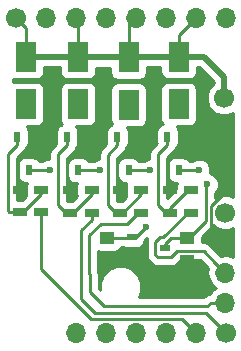
<source format=gbl>
G04 #@! TF.FileFunction,Copper,L2,Bot,Signal*
%FSLAX46Y46*%
G04 Gerber Fmt 4.6, Leading zero omitted, Abs format (unit mm)*
G04 Created by KiCad (PCBNEW 4.0.2-stable) date 05.09.2017 20:58:13*
%MOMM*%
G01*
G04 APERTURE LIST*
%ADD10C,0.100000*%
%ADD11C,1.700000*%
%ADD12O,1.700000X1.700000*%
%ADD13R,0.900000X0.600000*%
%ADD14R,1.250000X1.000000*%
%ADD15R,1.800000X2.500000*%
%ADD16R,1.300000X0.700000*%
%ADD17R,0.600000X0.900000*%
%ADD18C,0.600000*%
%ADD19C,0.250000*%
%ADD20C,0.500000*%
%ADD21C,0.254000*%
G04 APERTURE END LIST*
D10*
D11*
X188595000Y-103886000D03*
D12*
X188595000Y-106426000D03*
D11*
X170942000Y-97104200D03*
D12*
X173482000Y-97104200D03*
X176022000Y-97104200D03*
X178562000Y-97104200D03*
X181102000Y-97104200D03*
X183642000Y-97104200D03*
X186182000Y-97104200D03*
X188722000Y-97104200D03*
D11*
X188658500Y-113601500D03*
D12*
X188658500Y-116141500D03*
X188658500Y-118681500D03*
X188658500Y-121221500D03*
D11*
X188722000Y-123761500D03*
D12*
X186182000Y-123761500D03*
X183642000Y-123761500D03*
X181102000Y-123761500D03*
X178562000Y-123761500D03*
X176022000Y-123761500D03*
D13*
X183543400Y-116611400D03*
X180743400Y-115661400D03*
X180743400Y-117561400D03*
D14*
X185470800Y-115713000D03*
X185470800Y-117713000D03*
X178689000Y-115751100D03*
X178689000Y-117751100D03*
D15*
X171805600Y-100412800D03*
X171805600Y-104412800D03*
D16*
X173101000Y-111673600D03*
X173101000Y-113573600D03*
X171272200Y-111673600D03*
X171272200Y-113573600D03*
D17*
X172034200Y-109985000D03*
X172984200Y-107185000D03*
X171084200Y-107185000D03*
D15*
X176225200Y-100412800D03*
X176225200Y-104412800D03*
X180492400Y-100463600D03*
X180492400Y-104463600D03*
X184734200Y-100412800D03*
X184734200Y-104412800D03*
D17*
X176250600Y-110010400D03*
X177200600Y-107210400D03*
X175300600Y-107210400D03*
X180492400Y-110010400D03*
X181442400Y-107210400D03*
X179542400Y-107210400D03*
X184734200Y-109985000D03*
X185684200Y-107185000D03*
X183784200Y-107185000D03*
D16*
X177368200Y-111699000D03*
X177368200Y-113599000D03*
X175514000Y-111699000D03*
X175514000Y-113599000D03*
X181559200Y-111699000D03*
X181559200Y-113599000D03*
X179730400Y-111699000D03*
X179730400Y-113599000D03*
X185801000Y-111724400D03*
X185801000Y-113624400D03*
X183972200Y-111724400D03*
X183972200Y-113624400D03*
D18*
X185534300Y-120040400D03*
X187172600Y-111213900D03*
X181927500Y-114820700D03*
X173799500Y-109982000D03*
X171805600Y-104412800D03*
X178092100Y-110007400D03*
X176225200Y-104412800D03*
X182333900Y-109994700D03*
X180492400Y-104463600D03*
X186486800Y-109982000D03*
X184759600Y-104305100D03*
D19*
X185470800Y-117713000D02*
X185470800Y-119976900D01*
X185470800Y-119976900D02*
X185534300Y-120040400D01*
X188595000Y-111925998D02*
X188595000Y-107628081D01*
X187483499Y-113037499D02*
X188595000Y-111925998D01*
X187483499Y-114966499D02*
X187483499Y-113037499D01*
X188658500Y-116141500D02*
X187483499Y-114966499D01*
X188595000Y-107628081D02*
X188595000Y-106426000D01*
X178949300Y-118011400D02*
X178689000Y-117751100D01*
X185470800Y-117713000D02*
X185595800Y-117713000D01*
X185083500Y-118100300D02*
X185470800Y-117713000D01*
X185096200Y-118087600D02*
X185470800Y-117713000D01*
X182995798Y-117398800D02*
X184074998Y-117398800D01*
X184074998Y-117398800D02*
X184585799Y-116887999D01*
X184585799Y-116887999D02*
X186864999Y-116887999D01*
X186864999Y-116887999D02*
X187808501Y-117831501D01*
X187808501Y-117831501D02*
X188658500Y-118681500D01*
X183441100Y-115684300D02*
X183135498Y-115684300D01*
X183135498Y-115684300D02*
X182768399Y-116051399D01*
X182768399Y-116051399D02*
X182768399Y-117171401D01*
X182768399Y-117171401D02*
X182995798Y-117398800D01*
X185501000Y-113624400D02*
X183441100Y-115684300D01*
X185801000Y-113624400D02*
X185501000Y-113624400D01*
X177165000Y-115912900D02*
X177165000Y-115493800D01*
X178117500Y-114541300D02*
X180316900Y-114541300D01*
X177165000Y-115493800D02*
X178117500Y-114541300D01*
X180136800Y-121539000D02*
X178396900Y-121539000D01*
X177190400Y-118833900D02*
X177165000Y-118833900D01*
X177190400Y-120332500D02*
X177190400Y-118833900D01*
X178396900Y-121539000D02*
X177190400Y-120332500D01*
X180136800Y-121539000D02*
X187138919Y-121539000D01*
X187138919Y-121539000D02*
X187456419Y-121221500D01*
X187456419Y-121221500D02*
X188658500Y-121221500D01*
X177165000Y-115912900D02*
X177165000Y-118833900D01*
X181259200Y-113599000D02*
X180316900Y-114541300D01*
X181559200Y-113599000D02*
X181259200Y-113599000D01*
X179793900Y-122097800D02*
X177673000Y-122097800D01*
X176453800Y-118503700D02*
X176468200Y-118503700D01*
X176453800Y-120878600D02*
X176453800Y-118503700D01*
X177673000Y-122097800D02*
X176453800Y-120878600D01*
X187872001Y-122911501D02*
X188722000Y-123761500D01*
X187058300Y-122097800D02*
X187872001Y-122911501D01*
X179793900Y-122097800D02*
X187058300Y-122097800D01*
X177368200Y-113599000D02*
X177368200Y-114199000D01*
X176468200Y-115099000D02*
X176468200Y-118503700D01*
X177368200Y-114199000D02*
X176468200Y-115099000D01*
X179501800Y-122586499D02*
X177285399Y-122586499D01*
X173088300Y-115785900D02*
X173101000Y-115785900D01*
X173088300Y-118389400D02*
X173088300Y-115785900D01*
X177285399Y-122586499D02*
X173088300Y-118389400D01*
X185332001Y-122911501D02*
X186182000Y-123761500D01*
X179501800Y-122586499D02*
X185006999Y-122586499D01*
X185006999Y-122586499D02*
X185332001Y-122911501D01*
X173101000Y-113573600D02*
X173101000Y-115785900D01*
X183543400Y-116611400D02*
X183543400Y-116265500D01*
X184095900Y-115713000D02*
X185470800Y-115713000D01*
X183543400Y-116265500D02*
X184095900Y-115713000D01*
X187033488Y-113106200D02*
X187033488Y-111353012D01*
X187033488Y-111353012D02*
X187172600Y-111213900D01*
X185595800Y-115713000D02*
X187033488Y-114275312D01*
X187033488Y-114275312D02*
X187033488Y-113106200D01*
X185470800Y-115713000D02*
X185595800Y-115713000D01*
X185318000Y-115713000D02*
X185470800Y-115713000D01*
X184734200Y-100412800D02*
X184734200Y-98552000D01*
X184734200Y-98552000D02*
X186182000Y-97104200D01*
D20*
X188595000Y-102158800D02*
X186849000Y-100412800D01*
X188595000Y-103886000D02*
X188595000Y-102158800D01*
X186849000Y-100412800D02*
X184734200Y-100412800D01*
D19*
X180492400Y-100463600D02*
X180492400Y-97713800D01*
X180492400Y-97713800D02*
X181102000Y-97104200D01*
X176225200Y-100412800D02*
X176225200Y-97307400D01*
X176225200Y-97307400D02*
X176022000Y-97104200D01*
X171805600Y-100412800D02*
X171805600Y-97967800D01*
X171805600Y-97967800D02*
X170942000Y-97104200D01*
D20*
X176225200Y-100412800D02*
X175075200Y-100412800D01*
X175075200Y-100412800D02*
X171805600Y-100412800D01*
X180492400Y-100463600D02*
X176276000Y-100463600D01*
D19*
X176276000Y-100463600D02*
X176225200Y-100412800D01*
D20*
X184734200Y-100412800D02*
X180543200Y-100412800D01*
D19*
X180543200Y-100412800D02*
X180492400Y-100463600D01*
X180743400Y-115661400D02*
X181086800Y-115661400D01*
X181086800Y-115661400D02*
X181927500Y-114820700D01*
X178689000Y-115751100D02*
X180653700Y-115751100D01*
X180653700Y-115751100D02*
X180743400Y-115661400D01*
X173799500Y-109982000D02*
X172037200Y-109982000D01*
X172037200Y-109982000D02*
X172034200Y-109985000D01*
X172034200Y-104641400D02*
X171805600Y-104412800D01*
X171272200Y-113573600D02*
X170372200Y-113573600D01*
X170372200Y-113573600D02*
X170297199Y-113498599D01*
X170297199Y-113498599D02*
X170297199Y-108672001D01*
X170297199Y-108672001D02*
X171084200Y-107885000D01*
X171084200Y-107885000D02*
X171084200Y-107185000D01*
X171272200Y-113573600D02*
X171572200Y-113573600D01*
X171572200Y-113573600D02*
X173101000Y-112044800D01*
X173101000Y-112044800D02*
X173101000Y-111673600D01*
X178092100Y-110007400D02*
X176253600Y-110007400D01*
X176253600Y-110007400D02*
X176250600Y-110010400D01*
X176250600Y-104438200D02*
X176225200Y-104412800D01*
X182333900Y-109994700D02*
X180508100Y-109994700D01*
X180508100Y-109994700D02*
X180492400Y-110010400D01*
X186486800Y-109982000D02*
X184737200Y-109982000D01*
X184737200Y-109982000D02*
X184734200Y-109985000D01*
X175514000Y-113599000D02*
X175214000Y-113599000D01*
X175214000Y-113599000D02*
X174538999Y-112923999D01*
X174538999Y-112923999D02*
X174538999Y-108672001D01*
X174538999Y-108672001D02*
X175300600Y-107910400D01*
X175300600Y-107910400D02*
X175300600Y-107210400D01*
X175514000Y-113599000D02*
X175814000Y-113599000D01*
X175814000Y-113599000D02*
X177368200Y-112044800D01*
X177368200Y-112044800D02*
X177368200Y-111699000D01*
X179730400Y-113599000D02*
X179430400Y-113599000D01*
X179430400Y-113599000D02*
X178755399Y-112923999D01*
X178755399Y-112923999D02*
X178755399Y-108697401D01*
X178755399Y-108697401D02*
X179542400Y-107910400D01*
X179542400Y-107910400D02*
X179542400Y-107210400D01*
X179730400Y-113599000D02*
X180030400Y-113599000D01*
X180030400Y-113599000D02*
X181559200Y-112070200D01*
X181559200Y-112070200D02*
X181559200Y-111699000D01*
X183972200Y-113624400D02*
X183672200Y-113624400D01*
X183672200Y-113624400D02*
X182997199Y-112949399D01*
X182997199Y-112949399D02*
X182997199Y-108672001D01*
X182997199Y-108672001D02*
X183784200Y-107885000D01*
X183784200Y-107885000D02*
X183784200Y-107185000D01*
X185801000Y-111724400D02*
X185501000Y-111724400D01*
X185501000Y-111724400D02*
X183972200Y-113253200D01*
X183972200Y-113253200D02*
X183972200Y-113624400D01*
D21*
G36*
X182069415Y-115755824D02*
X182066251Y-115760560D01*
X182008399Y-116051399D01*
X182008399Y-117171401D01*
X182066251Y-117462240D01*
X182230998Y-117708802D01*
X182458397Y-117936201D01*
X182704959Y-118100948D01*
X182995798Y-118158800D01*
X184074998Y-118158800D01*
X184365837Y-118100948D01*
X184612399Y-117936201D01*
X184900601Y-117647999D01*
X186550197Y-117647999D01*
X187217290Y-118315092D01*
X187144407Y-118681500D01*
X187257446Y-119249785D01*
X187579353Y-119731554D01*
X187908526Y-119951500D01*
X187579353Y-120171446D01*
X187374682Y-120477759D01*
X187165580Y-120519352D01*
X186919018Y-120684099D01*
X186824117Y-120779000D01*
X181340655Y-120779000D01*
X181566699Y-120234627D01*
X181567301Y-119544401D01*
X181303719Y-118906485D01*
X180816082Y-118417996D01*
X180178627Y-118153301D01*
X179488401Y-118152699D01*
X178850485Y-118416281D01*
X178361996Y-118903918D01*
X178097301Y-119541373D01*
X178096758Y-120164056D01*
X177950400Y-120017698D01*
X177950400Y-118833900D01*
X177925000Y-118706207D01*
X177925000Y-116870392D01*
X178064000Y-116898540D01*
X179314000Y-116898540D01*
X179549317Y-116854262D01*
X179765441Y-116715190D01*
X179904890Y-116511100D01*
X179973117Y-116511100D01*
X180041510Y-116557831D01*
X180293400Y-116608840D01*
X181193400Y-116608840D01*
X181428717Y-116564562D01*
X181644841Y-116425490D01*
X181789831Y-116213290D01*
X181835568Y-115987434D01*
X182067180Y-115755822D01*
X182069415Y-115755824D01*
X182069415Y-115755824D01*
G37*
X182069415Y-115755824D02*
X182066251Y-115760560D01*
X182008399Y-116051399D01*
X182008399Y-117171401D01*
X182066251Y-117462240D01*
X182230998Y-117708802D01*
X182458397Y-117936201D01*
X182704959Y-118100948D01*
X182995798Y-118158800D01*
X184074998Y-118158800D01*
X184365837Y-118100948D01*
X184612399Y-117936201D01*
X184900601Y-117647999D01*
X186550197Y-117647999D01*
X187217290Y-118315092D01*
X187144407Y-118681500D01*
X187257446Y-119249785D01*
X187579353Y-119731554D01*
X187908526Y-119951500D01*
X187579353Y-120171446D01*
X187374682Y-120477759D01*
X187165580Y-120519352D01*
X186919018Y-120684099D01*
X186824117Y-120779000D01*
X181340655Y-120779000D01*
X181566699Y-120234627D01*
X181567301Y-119544401D01*
X181303719Y-118906485D01*
X180816082Y-118417996D01*
X180178627Y-118153301D01*
X179488401Y-118152699D01*
X178850485Y-118416281D01*
X178361996Y-118903918D01*
X178097301Y-119541373D01*
X178096758Y-120164056D01*
X177950400Y-120017698D01*
X177950400Y-118833900D01*
X177925000Y-118706207D01*
X177925000Y-116870392D01*
X178064000Y-116898540D01*
X179314000Y-116898540D01*
X179549317Y-116854262D01*
X179765441Y-116715190D01*
X179904890Y-116511100D01*
X179973117Y-116511100D01*
X180041510Y-116557831D01*
X180293400Y-116608840D01*
X181193400Y-116608840D01*
X181428717Y-116564562D01*
X181644841Y-116425490D01*
X181789831Y-116213290D01*
X181835568Y-115987434D01*
X182067180Y-115755822D01*
X182069415Y-115755824D01*
G36*
X187816217Y-114859688D02*
X188361819Y-115086242D01*
X188952589Y-115086757D01*
X189290000Y-114947342D01*
X189290000Y-117332339D01*
X189255878Y-117309539D01*
X188687593Y-117196500D01*
X188629407Y-117196500D01*
X188311531Y-117259729D01*
X187402400Y-116350598D01*
X187155838Y-116185851D01*
X186864999Y-116127999D01*
X186743240Y-116127999D01*
X186743240Y-115640362D01*
X187570889Y-114812713D01*
X187650454Y-114693635D01*
X187816217Y-114859688D01*
X187816217Y-114859688D01*
G37*
X187816217Y-114859688D02*
X188361819Y-115086242D01*
X188952589Y-115086757D01*
X189290000Y-114947342D01*
X189290000Y-117332339D01*
X189255878Y-117309539D01*
X188687593Y-117196500D01*
X188629407Y-117196500D01*
X188311531Y-117259729D01*
X187402400Y-116350598D01*
X187155838Y-116185851D01*
X186864999Y-116127999D01*
X186743240Y-116127999D01*
X186743240Y-115640362D01*
X187570889Y-114812713D01*
X187650454Y-114693635D01*
X187816217Y-114859688D01*
G36*
X174677760Y-101662800D02*
X174722038Y-101898117D01*
X174861110Y-102114241D01*
X175073310Y-102259231D01*
X175325200Y-102310240D01*
X177125200Y-102310240D01*
X177360517Y-102265962D01*
X177576641Y-102126890D01*
X177721631Y-101914690D01*
X177772640Y-101662800D01*
X177772640Y-101348600D01*
X178944960Y-101348600D01*
X178944960Y-101713600D01*
X178989238Y-101948917D01*
X179128310Y-102165041D01*
X179340510Y-102310031D01*
X179592400Y-102361040D01*
X181392400Y-102361040D01*
X181627717Y-102316762D01*
X181843841Y-102177690D01*
X181988831Y-101965490D01*
X182039840Y-101713600D01*
X182039840Y-101297800D01*
X183186760Y-101297800D01*
X183186760Y-101662800D01*
X183231038Y-101898117D01*
X183370110Y-102114241D01*
X183582310Y-102259231D01*
X183834200Y-102310240D01*
X185634200Y-102310240D01*
X185869517Y-102265962D01*
X186085641Y-102126890D01*
X186230631Y-101914690D01*
X186281640Y-101662800D01*
X186281640Y-101297800D01*
X186482420Y-101297800D01*
X187710000Y-102525379D01*
X187710000Y-102671180D01*
X187336812Y-103043717D01*
X187110258Y-103589319D01*
X187109743Y-104180089D01*
X187335344Y-104726086D01*
X187752717Y-105144188D01*
X188298319Y-105370742D01*
X188889089Y-105371257D01*
X189290000Y-105205604D01*
X189290000Y-112255787D01*
X188955181Y-112116758D01*
X188364411Y-112116243D01*
X187818414Y-112341844D01*
X187793488Y-112366727D01*
X187793488Y-111915232D01*
X187964792Y-111744227D01*
X188107438Y-111400699D01*
X188107762Y-111028733D01*
X187965717Y-110684957D01*
X187702927Y-110421708D01*
X187373433Y-110284889D01*
X187421638Y-110168799D01*
X187421962Y-109796833D01*
X187279917Y-109453057D01*
X187017127Y-109189808D01*
X186673599Y-109047162D01*
X186301633Y-109046838D01*
X185957857Y-109188883D01*
X185924682Y-109222000D01*
X185587374Y-109222000D01*
X185498290Y-109083559D01*
X185286090Y-108938569D01*
X185034200Y-108887560D01*
X184434200Y-108887560D01*
X184198883Y-108931838D01*
X183982759Y-109070910D01*
X183837769Y-109283110D01*
X183786760Y-109535000D01*
X183786760Y-110435000D01*
X183831038Y-110670317D01*
X183970110Y-110886441D01*
X184182310Y-111031431D01*
X184434200Y-111082440D01*
X184581948Y-111082440D01*
X184554569Y-111122510D01*
X184503560Y-111374400D01*
X184503560Y-111647038D01*
X183757199Y-112393399D01*
X183757199Y-108986803D01*
X184321601Y-108422401D01*
X184415120Y-108282440D01*
X184486348Y-108175839D01*
X184496620Y-108124199D01*
X184535641Y-108099090D01*
X184680631Y-107886890D01*
X184731640Y-107635000D01*
X184731640Y-106735000D01*
X184687362Y-106499683D01*
X184565459Y-106310240D01*
X185634200Y-106310240D01*
X185869517Y-106265962D01*
X186085641Y-106126890D01*
X186230631Y-105914690D01*
X186281640Y-105662800D01*
X186281640Y-103162800D01*
X186237362Y-102927483D01*
X186098290Y-102711359D01*
X185886090Y-102566369D01*
X185634200Y-102515360D01*
X183834200Y-102515360D01*
X183598883Y-102559638D01*
X183382759Y-102698710D01*
X183237769Y-102910910D01*
X183186760Y-103162800D01*
X183186760Y-105662800D01*
X183231038Y-105898117D01*
X183367118Y-106109591D01*
X183248883Y-106131838D01*
X183032759Y-106270910D01*
X182887769Y-106483110D01*
X182836760Y-106735000D01*
X182836760Y-107635000D01*
X182856182Y-107738216D01*
X182459798Y-108134600D01*
X182295051Y-108381162D01*
X182237199Y-108672001D01*
X182237199Y-109059615D01*
X182148733Y-109059538D01*
X181804957Y-109201583D01*
X181771782Y-109234700D01*
X181337402Y-109234700D01*
X181256490Y-109108959D01*
X181044290Y-108963969D01*
X180792400Y-108912960D01*
X180192400Y-108912960D01*
X179957083Y-108957238D01*
X179740959Y-109096310D01*
X179595969Y-109308510D01*
X179544960Y-109560400D01*
X179544960Y-110460400D01*
X179589238Y-110695717D01*
X179728310Y-110911841D01*
X179940510Y-111056831D01*
X180192400Y-111107840D01*
X180310596Y-111107840D01*
X180261760Y-111349000D01*
X180261760Y-112049000D01*
X180300375Y-112254223D01*
X179953038Y-112601560D01*
X179515399Y-112601560D01*
X179515399Y-109012203D01*
X180079801Y-108447801D01*
X180202905Y-108263562D01*
X180244548Y-108201239D01*
X180254820Y-108149599D01*
X180293841Y-108124490D01*
X180438831Y-107912290D01*
X180489840Y-107660400D01*
X180489840Y-106760400D01*
X180445562Y-106525083D01*
X180340003Y-106361040D01*
X181392400Y-106361040D01*
X181627717Y-106316762D01*
X181843841Y-106177690D01*
X181988831Y-105965490D01*
X182039840Y-105713600D01*
X182039840Y-103213600D01*
X181995562Y-102978283D01*
X181856490Y-102762159D01*
X181644290Y-102617169D01*
X181392400Y-102566160D01*
X179592400Y-102566160D01*
X179357083Y-102610438D01*
X179140959Y-102749510D01*
X178995969Y-102961710D01*
X178944960Y-103213600D01*
X178944960Y-105713600D01*
X178989238Y-105948917D01*
X179110738Y-106137734D01*
X179007083Y-106157238D01*
X178790959Y-106296310D01*
X178645969Y-106508510D01*
X178594960Y-106760400D01*
X178594960Y-107660400D01*
X178614382Y-107763616D01*
X178217998Y-108160000D01*
X178053251Y-108406562D01*
X177995399Y-108697401D01*
X177995399Y-109072315D01*
X177906933Y-109072238D01*
X177563157Y-109214283D01*
X177529982Y-109247400D01*
X177103774Y-109247400D01*
X177014690Y-109108959D01*
X176802490Y-108963969D01*
X176550600Y-108912960D01*
X175950600Y-108912960D01*
X175715283Y-108957238D01*
X175499159Y-109096310D01*
X175354169Y-109308510D01*
X175303160Y-109560400D01*
X175303160Y-110460400D01*
X175347438Y-110695717D01*
X175486510Y-110911841D01*
X175698710Y-111056831D01*
X175950600Y-111107840D01*
X176119596Y-111107840D01*
X176070760Y-111349000D01*
X176070760Y-112049000D01*
X176105353Y-112232845D01*
X175736638Y-112601560D01*
X175298999Y-112601560D01*
X175298999Y-108986803D01*
X175838001Y-108447801D01*
X176002748Y-108201240D01*
X176013020Y-108149599D01*
X176052041Y-108124490D01*
X176197031Y-107912290D01*
X176248040Y-107660400D01*
X176248040Y-106760400D01*
X176203762Y-106525083D01*
X176065514Y-106310240D01*
X177125200Y-106310240D01*
X177360517Y-106265962D01*
X177576641Y-106126890D01*
X177721631Y-105914690D01*
X177772640Y-105662800D01*
X177772640Y-103162800D01*
X177728362Y-102927483D01*
X177589290Y-102711359D01*
X177377090Y-102566369D01*
X177125200Y-102515360D01*
X175325200Y-102515360D01*
X175089883Y-102559638D01*
X174873759Y-102698710D01*
X174728769Y-102910910D01*
X174677760Y-103162800D01*
X174677760Y-105662800D01*
X174722038Y-105898117D01*
X174861110Y-106114241D01*
X174889759Y-106133816D01*
X174765283Y-106157238D01*
X174549159Y-106296310D01*
X174404169Y-106508510D01*
X174353160Y-106760400D01*
X174353160Y-107660400D01*
X174372582Y-107763616D01*
X174001598Y-108134600D01*
X173836851Y-108381162D01*
X173778999Y-108672001D01*
X173778999Y-109046981D01*
X173614333Y-109046838D01*
X173270557Y-109188883D01*
X173237382Y-109222000D01*
X172887374Y-109222000D01*
X172798290Y-109083559D01*
X172586090Y-108938569D01*
X172334200Y-108887560D01*
X171734200Y-108887560D01*
X171498883Y-108931838D01*
X171282759Y-109070910D01*
X171137769Y-109283110D01*
X171086760Y-109535000D01*
X171086760Y-110435000D01*
X171131038Y-110670317D01*
X171270110Y-110886441D01*
X171482310Y-111031431D01*
X171734200Y-111082440D01*
X171852396Y-111082440D01*
X171803560Y-111323600D01*
X171803560Y-112023600D01*
X171842175Y-112228823D01*
X171494838Y-112576160D01*
X171057199Y-112576160D01*
X171057199Y-108986803D01*
X171621601Y-108422401D01*
X171715120Y-108282440D01*
X171786348Y-108175839D01*
X171796620Y-108124199D01*
X171835641Y-108099090D01*
X171980631Y-107886890D01*
X172031640Y-107635000D01*
X172031640Y-106735000D01*
X171987362Y-106499683D01*
X171865459Y-106310240D01*
X172705600Y-106310240D01*
X172940917Y-106265962D01*
X173157041Y-106126890D01*
X173302031Y-105914690D01*
X173353040Y-105662800D01*
X173353040Y-103162800D01*
X173308762Y-102927483D01*
X173169690Y-102711359D01*
X172957490Y-102566369D01*
X172705600Y-102515360D01*
X170905600Y-102515360D01*
X170710000Y-102552165D01*
X170710000Y-102270630D01*
X170905600Y-102310240D01*
X172705600Y-102310240D01*
X172940917Y-102265962D01*
X173157041Y-102126890D01*
X173302031Y-101914690D01*
X173353040Y-101662800D01*
X173353040Y-101297800D01*
X174677760Y-101297800D01*
X174677760Y-101662800D01*
X174677760Y-101662800D01*
G37*
X174677760Y-101662800D02*
X174722038Y-101898117D01*
X174861110Y-102114241D01*
X175073310Y-102259231D01*
X175325200Y-102310240D01*
X177125200Y-102310240D01*
X177360517Y-102265962D01*
X177576641Y-102126890D01*
X177721631Y-101914690D01*
X177772640Y-101662800D01*
X177772640Y-101348600D01*
X178944960Y-101348600D01*
X178944960Y-101713600D01*
X178989238Y-101948917D01*
X179128310Y-102165041D01*
X179340510Y-102310031D01*
X179592400Y-102361040D01*
X181392400Y-102361040D01*
X181627717Y-102316762D01*
X181843841Y-102177690D01*
X181988831Y-101965490D01*
X182039840Y-101713600D01*
X182039840Y-101297800D01*
X183186760Y-101297800D01*
X183186760Y-101662800D01*
X183231038Y-101898117D01*
X183370110Y-102114241D01*
X183582310Y-102259231D01*
X183834200Y-102310240D01*
X185634200Y-102310240D01*
X185869517Y-102265962D01*
X186085641Y-102126890D01*
X186230631Y-101914690D01*
X186281640Y-101662800D01*
X186281640Y-101297800D01*
X186482420Y-101297800D01*
X187710000Y-102525379D01*
X187710000Y-102671180D01*
X187336812Y-103043717D01*
X187110258Y-103589319D01*
X187109743Y-104180089D01*
X187335344Y-104726086D01*
X187752717Y-105144188D01*
X188298319Y-105370742D01*
X188889089Y-105371257D01*
X189290000Y-105205604D01*
X189290000Y-112255787D01*
X188955181Y-112116758D01*
X188364411Y-112116243D01*
X187818414Y-112341844D01*
X187793488Y-112366727D01*
X187793488Y-111915232D01*
X187964792Y-111744227D01*
X188107438Y-111400699D01*
X188107762Y-111028733D01*
X187965717Y-110684957D01*
X187702927Y-110421708D01*
X187373433Y-110284889D01*
X187421638Y-110168799D01*
X187421962Y-109796833D01*
X187279917Y-109453057D01*
X187017127Y-109189808D01*
X186673599Y-109047162D01*
X186301633Y-109046838D01*
X185957857Y-109188883D01*
X185924682Y-109222000D01*
X185587374Y-109222000D01*
X185498290Y-109083559D01*
X185286090Y-108938569D01*
X185034200Y-108887560D01*
X184434200Y-108887560D01*
X184198883Y-108931838D01*
X183982759Y-109070910D01*
X183837769Y-109283110D01*
X183786760Y-109535000D01*
X183786760Y-110435000D01*
X183831038Y-110670317D01*
X183970110Y-110886441D01*
X184182310Y-111031431D01*
X184434200Y-111082440D01*
X184581948Y-111082440D01*
X184554569Y-111122510D01*
X184503560Y-111374400D01*
X184503560Y-111647038D01*
X183757199Y-112393399D01*
X183757199Y-108986803D01*
X184321601Y-108422401D01*
X184415120Y-108282440D01*
X184486348Y-108175839D01*
X184496620Y-108124199D01*
X184535641Y-108099090D01*
X184680631Y-107886890D01*
X184731640Y-107635000D01*
X184731640Y-106735000D01*
X184687362Y-106499683D01*
X184565459Y-106310240D01*
X185634200Y-106310240D01*
X185869517Y-106265962D01*
X186085641Y-106126890D01*
X186230631Y-105914690D01*
X186281640Y-105662800D01*
X186281640Y-103162800D01*
X186237362Y-102927483D01*
X186098290Y-102711359D01*
X185886090Y-102566369D01*
X185634200Y-102515360D01*
X183834200Y-102515360D01*
X183598883Y-102559638D01*
X183382759Y-102698710D01*
X183237769Y-102910910D01*
X183186760Y-103162800D01*
X183186760Y-105662800D01*
X183231038Y-105898117D01*
X183367118Y-106109591D01*
X183248883Y-106131838D01*
X183032759Y-106270910D01*
X182887769Y-106483110D01*
X182836760Y-106735000D01*
X182836760Y-107635000D01*
X182856182Y-107738216D01*
X182459798Y-108134600D01*
X182295051Y-108381162D01*
X182237199Y-108672001D01*
X182237199Y-109059615D01*
X182148733Y-109059538D01*
X181804957Y-109201583D01*
X181771782Y-109234700D01*
X181337402Y-109234700D01*
X181256490Y-109108959D01*
X181044290Y-108963969D01*
X180792400Y-108912960D01*
X180192400Y-108912960D01*
X179957083Y-108957238D01*
X179740959Y-109096310D01*
X179595969Y-109308510D01*
X179544960Y-109560400D01*
X179544960Y-110460400D01*
X179589238Y-110695717D01*
X179728310Y-110911841D01*
X179940510Y-111056831D01*
X180192400Y-111107840D01*
X180310596Y-111107840D01*
X180261760Y-111349000D01*
X180261760Y-112049000D01*
X180300375Y-112254223D01*
X179953038Y-112601560D01*
X179515399Y-112601560D01*
X179515399Y-109012203D01*
X180079801Y-108447801D01*
X180202905Y-108263562D01*
X180244548Y-108201239D01*
X180254820Y-108149599D01*
X180293841Y-108124490D01*
X180438831Y-107912290D01*
X180489840Y-107660400D01*
X180489840Y-106760400D01*
X180445562Y-106525083D01*
X180340003Y-106361040D01*
X181392400Y-106361040D01*
X181627717Y-106316762D01*
X181843841Y-106177690D01*
X181988831Y-105965490D01*
X182039840Y-105713600D01*
X182039840Y-103213600D01*
X181995562Y-102978283D01*
X181856490Y-102762159D01*
X181644290Y-102617169D01*
X181392400Y-102566160D01*
X179592400Y-102566160D01*
X179357083Y-102610438D01*
X179140959Y-102749510D01*
X178995969Y-102961710D01*
X178944960Y-103213600D01*
X178944960Y-105713600D01*
X178989238Y-105948917D01*
X179110738Y-106137734D01*
X179007083Y-106157238D01*
X178790959Y-106296310D01*
X178645969Y-106508510D01*
X178594960Y-106760400D01*
X178594960Y-107660400D01*
X178614382Y-107763616D01*
X178217998Y-108160000D01*
X178053251Y-108406562D01*
X177995399Y-108697401D01*
X177995399Y-109072315D01*
X177906933Y-109072238D01*
X177563157Y-109214283D01*
X177529982Y-109247400D01*
X177103774Y-109247400D01*
X177014690Y-109108959D01*
X176802490Y-108963969D01*
X176550600Y-108912960D01*
X175950600Y-108912960D01*
X175715283Y-108957238D01*
X175499159Y-109096310D01*
X175354169Y-109308510D01*
X175303160Y-109560400D01*
X175303160Y-110460400D01*
X175347438Y-110695717D01*
X175486510Y-110911841D01*
X175698710Y-111056831D01*
X175950600Y-111107840D01*
X176119596Y-111107840D01*
X176070760Y-111349000D01*
X176070760Y-112049000D01*
X176105353Y-112232845D01*
X175736638Y-112601560D01*
X175298999Y-112601560D01*
X175298999Y-108986803D01*
X175838001Y-108447801D01*
X176002748Y-108201240D01*
X176013020Y-108149599D01*
X176052041Y-108124490D01*
X176197031Y-107912290D01*
X176248040Y-107660400D01*
X176248040Y-106760400D01*
X176203762Y-106525083D01*
X176065514Y-106310240D01*
X177125200Y-106310240D01*
X177360517Y-106265962D01*
X177576641Y-106126890D01*
X177721631Y-105914690D01*
X177772640Y-105662800D01*
X177772640Y-103162800D01*
X177728362Y-102927483D01*
X177589290Y-102711359D01*
X177377090Y-102566369D01*
X177125200Y-102515360D01*
X175325200Y-102515360D01*
X175089883Y-102559638D01*
X174873759Y-102698710D01*
X174728769Y-102910910D01*
X174677760Y-103162800D01*
X174677760Y-105662800D01*
X174722038Y-105898117D01*
X174861110Y-106114241D01*
X174889759Y-106133816D01*
X174765283Y-106157238D01*
X174549159Y-106296310D01*
X174404169Y-106508510D01*
X174353160Y-106760400D01*
X174353160Y-107660400D01*
X174372582Y-107763616D01*
X174001598Y-108134600D01*
X173836851Y-108381162D01*
X173778999Y-108672001D01*
X173778999Y-109046981D01*
X173614333Y-109046838D01*
X173270557Y-109188883D01*
X173237382Y-109222000D01*
X172887374Y-109222000D01*
X172798290Y-109083559D01*
X172586090Y-108938569D01*
X172334200Y-108887560D01*
X171734200Y-108887560D01*
X171498883Y-108931838D01*
X171282759Y-109070910D01*
X171137769Y-109283110D01*
X171086760Y-109535000D01*
X171086760Y-110435000D01*
X171131038Y-110670317D01*
X171270110Y-110886441D01*
X171482310Y-111031431D01*
X171734200Y-111082440D01*
X171852396Y-111082440D01*
X171803560Y-111323600D01*
X171803560Y-112023600D01*
X171842175Y-112228823D01*
X171494838Y-112576160D01*
X171057199Y-112576160D01*
X171057199Y-108986803D01*
X171621601Y-108422401D01*
X171715120Y-108282440D01*
X171786348Y-108175839D01*
X171796620Y-108124199D01*
X171835641Y-108099090D01*
X171980631Y-107886890D01*
X172031640Y-107635000D01*
X172031640Y-106735000D01*
X171987362Y-106499683D01*
X171865459Y-106310240D01*
X172705600Y-106310240D01*
X172940917Y-106265962D01*
X173157041Y-106126890D01*
X173302031Y-105914690D01*
X173353040Y-105662800D01*
X173353040Y-103162800D01*
X173308762Y-102927483D01*
X173169690Y-102711359D01*
X172957490Y-102566369D01*
X172705600Y-102515360D01*
X170905600Y-102515360D01*
X170710000Y-102552165D01*
X170710000Y-102270630D01*
X170905600Y-102310240D01*
X172705600Y-102310240D01*
X172940917Y-102265962D01*
X173157041Y-102126890D01*
X173302031Y-101914690D01*
X173353040Y-101662800D01*
X173353040Y-101297800D01*
X174677760Y-101297800D01*
X174677760Y-101662800D01*
M02*

</source>
